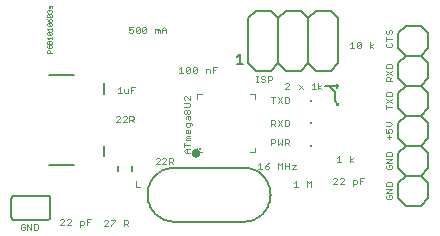
<source format=gto>
G75*
G70*
%OFA0B0*%
%FSLAX24Y24*%
%IPPOS*%
%LPD*%
%AMOC8*
5,1,8,0,0,1.08239X$1,22.5*
%
%ADD10C,0.0120*%
%ADD11C,0.0040*%
%ADD12C,0.0060*%
%ADD13C,0.0080*%
%ADD14R,0.0079X0.0079*%
%ADD15C,0.0020*%
%ADD16C,0.0118*%
D10*
X007344Y002913D02*
X007346Y002929D01*
X007352Y002945D01*
X007361Y002959D01*
X007373Y002970D01*
X007387Y002978D01*
X007403Y002983D01*
X007419Y002984D01*
X007435Y002981D01*
X007450Y002974D01*
X007464Y002965D01*
X007474Y002952D01*
X007482Y002937D01*
X007486Y002921D01*
X007486Y002905D01*
X007482Y002889D01*
X007474Y002874D01*
X007464Y002861D01*
X007451Y002852D01*
X007435Y002845D01*
X007419Y002842D01*
X007403Y002843D01*
X007387Y002848D01*
X007373Y002856D01*
X007361Y002867D01*
X007352Y002881D01*
X007346Y002897D01*
X007344Y002913D01*
D11*
X001606Y000368D02*
X001572Y000402D01*
X001572Y000535D01*
X001606Y000568D01*
X001672Y000568D01*
X001706Y000535D01*
X001706Y000468D02*
X001639Y000468D01*
X001706Y000468D02*
X001706Y000402D01*
X001672Y000368D01*
X001606Y000368D01*
X001793Y000368D02*
X001793Y000568D01*
X001927Y000368D01*
X001927Y000568D01*
X002014Y000568D02*
X002114Y000568D01*
X002148Y000535D01*
X002148Y000402D01*
X002114Y000368D01*
X002014Y000368D01*
X002014Y000568D01*
X002892Y000535D02*
X003025Y000669D01*
X003025Y000702D01*
X002992Y000735D01*
X002925Y000735D01*
X002892Y000702D01*
X002892Y000535D02*
X003025Y000535D01*
X003113Y000535D02*
X003246Y000669D01*
X003246Y000702D01*
X003213Y000735D01*
X003146Y000735D01*
X003113Y000702D01*
X003113Y000535D02*
X003246Y000535D01*
X003554Y000535D02*
X003655Y000535D01*
X003688Y000569D01*
X003688Y000635D01*
X003655Y000669D01*
X003554Y000669D01*
X003554Y000469D01*
X003775Y000535D02*
X003775Y000735D01*
X003909Y000735D01*
X003842Y000635D02*
X003775Y000635D01*
X004364Y000672D02*
X004397Y000706D01*
X004464Y000706D01*
X004497Y000672D01*
X004497Y000639D01*
X004364Y000506D01*
X004497Y000506D01*
X004585Y000506D02*
X004585Y000539D01*
X004718Y000672D01*
X004718Y000706D01*
X004585Y000706D01*
X005027Y000706D02*
X005127Y000706D01*
X005160Y000672D01*
X005160Y000606D01*
X005127Y000572D01*
X005027Y000572D01*
X005027Y000506D02*
X005027Y000706D01*
X005093Y000572D02*
X005160Y000506D01*
X005427Y001806D02*
X005560Y001806D01*
X005427Y001806D02*
X005427Y002006D01*
X006073Y002558D02*
X006206Y002692D01*
X006206Y002725D01*
X006173Y002758D01*
X006106Y002758D01*
X006073Y002725D01*
X006073Y002558D02*
X006206Y002558D01*
X006294Y002558D02*
X006427Y002692D01*
X006427Y002725D01*
X006394Y002758D01*
X006327Y002758D01*
X006294Y002725D01*
X006294Y002558D02*
X006427Y002558D01*
X006515Y002558D02*
X006515Y002758D01*
X006615Y002758D01*
X006648Y002725D01*
X006648Y002658D01*
X006615Y002625D01*
X006515Y002625D01*
X006581Y002625D02*
X006648Y002558D01*
X007035Y002981D02*
X007102Y002914D01*
X007235Y002914D01*
X007135Y002914D02*
X007135Y003047D01*
X007102Y003047D02*
X007235Y003047D01*
X007102Y003047D02*
X007035Y002981D01*
X007035Y003135D02*
X007035Y003268D01*
X007035Y003201D02*
X007235Y003201D01*
X007451Y003106D02*
X007451Y002949D01*
X007608Y002949D01*
X007235Y003356D02*
X007102Y003356D01*
X007102Y003389D01*
X007135Y003422D01*
X007102Y003456D01*
X007135Y003489D01*
X007235Y003489D01*
X007235Y003422D02*
X007135Y003422D01*
X007135Y003577D02*
X007102Y003610D01*
X007102Y003677D01*
X007135Y003710D01*
X007168Y003710D01*
X007168Y003577D01*
X007135Y003577D02*
X007202Y003577D01*
X007235Y003610D01*
X007235Y003677D01*
X007202Y003798D02*
X007135Y003798D01*
X007102Y003831D01*
X007102Y003931D01*
X007268Y003931D01*
X007302Y003898D01*
X007302Y003864D01*
X007235Y003831D02*
X007235Y003931D01*
X007202Y004019D02*
X007168Y004052D01*
X007168Y004152D01*
X007135Y004152D02*
X007235Y004152D01*
X007235Y004052D01*
X007202Y004019D01*
X007102Y004052D02*
X007102Y004119D01*
X007135Y004152D01*
X007102Y004240D02*
X007068Y004240D01*
X007035Y004273D01*
X007035Y004340D01*
X007068Y004373D01*
X007102Y004373D01*
X007135Y004340D01*
X007135Y004273D01*
X007102Y004240D01*
X007135Y004273D02*
X007168Y004240D01*
X007202Y004240D01*
X007235Y004273D01*
X007235Y004340D01*
X007202Y004373D01*
X007168Y004373D01*
X007135Y004340D01*
X007202Y004461D02*
X007035Y004461D01*
X007035Y004594D02*
X007202Y004594D01*
X007235Y004561D01*
X007235Y004494D01*
X007202Y004461D01*
X007235Y004682D02*
X007102Y004815D01*
X007068Y004815D01*
X007035Y004782D01*
X007035Y004715D01*
X007068Y004682D01*
X007235Y004682D02*
X007235Y004815D01*
X007451Y004878D02*
X007608Y004878D01*
X007451Y004878D02*
X007451Y004720D01*
X009222Y004878D02*
X009380Y004878D01*
X009380Y004720D01*
X009935Y004783D02*
X010069Y004783D01*
X010002Y004783D02*
X010002Y004583D01*
X010156Y004583D02*
X010290Y004783D01*
X010377Y004783D02*
X010477Y004783D01*
X010511Y004750D01*
X010511Y004617D01*
X010477Y004583D01*
X010377Y004583D01*
X010377Y004783D01*
X010290Y004583D02*
X010156Y004783D01*
X010396Y005068D02*
X010530Y005202D01*
X010530Y005235D01*
X010496Y005268D01*
X010429Y005268D01*
X010396Y005235D01*
X010838Y005202D02*
X010971Y005068D01*
X010838Y005068D02*
X010971Y005202D01*
X011280Y005202D02*
X011347Y005268D01*
X011347Y005068D01*
X011413Y005068D02*
X011280Y005068D01*
X011501Y005068D02*
X011501Y005268D01*
X011601Y005202D02*
X011501Y005135D01*
X011601Y005068D01*
X010530Y005068D02*
X010396Y005068D01*
X009804Y005308D02*
X009804Y005508D01*
X009904Y005508D01*
X009937Y005475D01*
X009937Y005408D01*
X009904Y005375D01*
X009804Y005375D01*
X009716Y005375D02*
X009716Y005342D01*
X009683Y005308D01*
X009616Y005308D01*
X009583Y005342D01*
X009616Y005408D02*
X009583Y005442D01*
X009583Y005475D01*
X009616Y005508D01*
X009683Y005508D01*
X009716Y005475D01*
X009683Y005408D02*
X009716Y005375D01*
X009683Y005408D02*
X009616Y005408D01*
X009502Y005308D02*
X009435Y005308D01*
X009469Y005308D02*
X009469Y005508D01*
X009502Y005508D02*
X009435Y005508D01*
X008105Y005785D02*
X007971Y005785D01*
X007971Y005585D01*
X007884Y005585D02*
X007884Y005685D01*
X007851Y005719D01*
X007750Y005719D01*
X007750Y005585D01*
X007971Y005685D02*
X008038Y005685D01*
X007442Y005619D02*
X007409Y005585D01*
X007342Y005585D01*
X007308Y005619D01*
X007442Y005752D01*
X007442Y005619D01*
X007442Y005752D02*
X007409Y005785D01*
X007342Y005785D01*
X007308Y005752D01*
X007308Y005619D01*
X007221Y005619D02*
X007188Y005585D01*
X007121Y005585D01*
X007087Y005619D01*
X007221Y005752D01*
X007221Y005619D01*
X007221Y005752D02*
X007188Y005785D01*
X007121Y005785D01*
X007087Y005752D01*
X007087Y005619D01*
X007000Y005585D02*
X006866Y005585D01*
X006933Y005585D02*
X006933Y005785D01*
X006866Y005719D01*
X005379Y005135D02*
X005246Y005135D01*
X005246Y004935D01*
X005158Y004935D02*
X005158Y005069D01*
X005246Y005035D02*
X005313Y005035D01*
X005158Y004935D02*
X005058Y004935D01*
X005025Y004969D01*
X005025Y005069D01*
X004937Y004935D02*
X004804Y004935D01*
X004871Y004935D02*
X004871Y005135D01*
X004804Y005069D01*
X004794Y004158D02*
X004760Y004125D01*
X004794Y004158D02*
X004860Y004158D01*
X004894Y004125D01*
X004894Y004092D01*
X004760Y003958D01*
X004894Y003958D01*
X004981Y003958D02*
X005115Y004092D01*
X005115Y004125D01*
X005081Y004158D01*
X005015Y004158D01*
X004981Y004125D01*
X004981Y003958D02*
X005115Y003958D01*
X005202Y003958D02*
X005202Y004158D01*
X005302Y004158D01*
X005336Y004125D01*
X005336Y004058D01*
X005302Y004025D01*
X005202Y004025D01*
X005269Y004025D02*
X005336Y003958D01*
X007202Y003798D02*
X007235Y003831D01*
X009380Y003106D02*
X009380Y002949D01*
X009222Y002949D01*
X009935Y003183D02*
X009935Y003383D01*
X010035Y003383D01*
X010069Y003350D01*
X010069Y003283D01*
X010035Y003250D01*
X009935Y003250D01*
X010156Y003183D02*
X010223Y003250D01*
X010290Y003183D01*
X010290Y003383D01*
X010377Y003383D02*
X010477Y003383D01*
X010511Y003350D01*
X010511Y003283D01*
X010477Y003250D01*
X010377Y003250D01*
X010377Y003183D02*
X010377Y003383D01*
X010444Y003250D02*
X010511Y003183D01*
X010156Y003183D02*
X010156Y003383D01*
X010156Y003833D02*
X010290Y004033D01*
X010377Y004033D02*
X010477Y004033D01*
X010511Y004000D01*
X010511Y003867D01*
X010477Y003833D01*
X010377Y003833D01*
X010377Y004033D01*
X010290Y003833D02*
X010156Y004033D01*
X010069Y004000D02*
X010035Y004033D01*
X009935Y004033D01*
X009935Y003833D01*
X009935Y003900D02*
X010035Y003900D01*
X010069Y003933D01*
X010069Y004000D01*
X010002Y003900D02*
X010069Y003833D01*
X012123Y002754D02*
X012189Y002821D01*
X012189Y002621D01*
X012123Y002621D02*
X012256Y002621D01*
X012565Y002621D02*
X012565Y002821D01*
X012665Y002754D02*
X012565Y002687D01*
X012665Y002621D01*
X013745Y002604D02*
X013945Y002738D01*
X013745Y002738D01*
X013745Y002825D02*
X013745Y002925D01*
X013778Y002959D01*
X013912Y002959D01*
X013945Y002925D01*
X013945Y002825D01*
X013745Y002825D01*
X013745Y002604D02*
X013945Y002604D01*
X013912Y002517D02*
X013845Y002517D01*
X013845Y002450D01*
X013778Y002517D02*
X013745Y002483D01*
X013745Y002417D01*
X013778Y002383D01*
X013912Y002383D01*
X013945Y002417D01*
X013945Y002483D01*
X013912Y002517D01*
X013016Y002079D02*
X012883Y002079D01*
X012883Y001879D01*
X012795Y001912D02*
X012762Y001879D01*
X012662Y001879D01*
X012662Y001812D02*
X012662Y002012D01*
X012762Y002012D01*
X012795Y001979D01*
X012795Y001912D01*
X012883Y001979D02*
X012950Y001979D01*
X012353Y002012D02*
X012220Y001879D01*
X012353Y001879D01*
X012353Y002012D02*
X012353Y002046D01*
X012320Y002079D01*
X012253Y002079D01*
X012220Y002046D01*
X012132Y002046D02*
X012099Y002079D01*
X012032Y002079D01*
X011999Y002046D01*
X012132Y002046D02*
X012132Y002012D01*
X011999Y001879D01*
X012132Y001879D01*
X011261Y001808D02*
X011261Y002008D01*
X011194Y001942D01*
X011127Y002008D01*
X011127Y001808D01*
X010819Y001808D02*
X010685Y001808D01*
X010752Y001808D02*
X010752Y002008D01*
X010685Y001942D01*
X010736Y002408D02*
X010603Y002408D01*
X010736Y002542D01*
X010603Y002542D01*
X010515Y002508D02*
X010382Y002508D01*
X010382Y002408D02*
X010382Y002608D01*
X010294Y002608D02*
X010294Y002408D01*
X010161Y002408D02*
X010161Y002608D01*
X010227Y002542D01*
X010294Y002608D01*
X010515Y002608D02*
X010515Y002408D01*
X009852Y002442D02*
X009852Y002475D01*
X009819Y002508D01*
X009719Y002508D01*
X009719Y002442D01*
X009752Y002408D01*
X009819Y002408D01*
X009852Y002442D01*
X009785Y002575D02*
X009719Y002508D01*
X009785Y002575D02*
X009852Y002608D01*
X009564Y002608D02*
X009564Y002408D01*
X009498Y002408D02*
X009631Y002408D01*
X009498Y002542D02*
X009564Y002608D01*
X013745Y001925D02*
X013745Y001825D01*
X013945Y001825D01*
X013945Y001925D01*
X013912Y001959D01*
X013778Y001959D01*
X013745Y001925D01*
X013745Y001738D02*
X013945Y001738D01*
X013745Y001604D01*
X013945Y001604D01*
X013912Y001517D02*
X013845Y001517D01*
X013845Y001450D01*
X013778Y001517D02*
X013745Y001483D01*
X013745Y001417D01*
X013778Y001383D01*
X013912Y001383D01*
X013945Y001417D01*
X013945Y001483D01*
X013912Y001517D01*
X013845Y003383D02*
X013845Y003517D01*
X013845Y003604D02*
X013812Y003671D01*
X013812Y003704D01*
X013845Y003738D01*
X013912Y003738D01*
X013945Y003704D01*
X013945Y003638D01*
X013912Y003604D01*
X013845Y003604D02*
X013745Y003604D01*
X013745Y003738D01*
X013745Y003825D02*
X013879Y003825D01*
X013945Y003892D01*
X013879Y003959D01*
X013745Y003959D01*
X013745Y004383D02*
X013745Y004517D01*
X013745Y004450D02*
X013945Y004450D01*
X013945Y004604D02*
X013745Y004738D01*
X013745Y004825D02*
X013745Y004925D01*
X013778Y004959D01*
X013912Y004959D01*
X013945Y004925D01*
X013945Y004825D01*
X013745Y004825D01*
X013945Y004738D02*
X013745Y004604D01*
X013745Y005321D02*
X013745Y005421D01*
X013778Y005454D01*
X013845Y005454D01*
X013879Y005421D01*
X013879Y005321D01*
X013945Y005321D02*
X013745Y005321D01*
X013879Y005387D02*
X013945Y005454D01*
X013945Y005542D02*
X013745Y005675D01*
X013745Y005763D02*
X013745Y005863D01*
X013778Y005896D01*
X013912Y005896D01*
X013945Y005863D01*
X013945Y005763D01*
X013745Y005763D01*
X013945Y005675D02*
X013745Y005542D01*
X013778Y006446D02*
X013912Y006446D01*
X013945Y006479D01*
X013945Y006546D01*
X013912Y006579D01*
X013778Y006579D02*
X013745Y006546D01*
X013745Y006479D01*
X013778Y006446D01*
X013745Y006667D02*
X013745Y006800D01*
X013745Y006733D02*
X013945Y006733D01*
X013912Y006888D02*
X013945Y006921D01*
X013945Y006988D01*
X013912Y007021D01*
X013879Y007021D01*
X013845Y006988D01*
X013845Y006921D01*
X013812Y006888D01*
X013778Y006888D01*
X013745Y006921D01*
X013745Y006988D01*
X013778Y007021D01*
X013323Y006567D02*
X013223Y006500D01*
X013323Y006433D01*
X013223Y006433D02*
X013223Y006633D01*
X012915Y006600D02*
X012915Y006467D01*
X012881Y006433D01*
X012815Y006433D01*
X012781Y006467D01*
X012915Y006600D01*
X012881Y006633D01*
X012815Y006633D01*
X012781Y006600D01*
X012781Y006467D01*
X012694Y006433D02*
X012560Y006433D01*
X012627Y006433D02*
X012627Y006633D01*
X012560Y006567D01*
X006424Y006933D02*
X006424Y007067D01*
X006357Y007133D01*
X006290Y007067D01*
X006290Y006933D01*
X006203Y006933D02*
X006203Y007033D01*
X006169Y007067D01*
X006136Y007033D01*
X006136Y006933D01*
X006069Y006933D02*
X006069Y007067D01*
X006102Y007067D01*
X006136Y007033D01*
X006290Y007033D02*
X006424Y007033D01*
X005761Y006967D02*
X005727Y006933D01*
X005661Y006933D01*
X005627Y006967D01*
X005761Y007100D01*
X005761Y006967D01*
X005761Y007100D02*
X005727Y007133D01*
X005661Y007133D01*
X005627Y007100D01*
X005627Y006967D01*
X005540Y006967D02*
X005506Y006933D01*
X005440Y006933D01*
X005406Y006967D01*
X005540Y007100D01*
X005540Y006967D01*
X005540Y007100D02*
X005506Y007133D01*
X005440Y007133D01*
X005406Y007100D01*
X005406Y006967D01*
X005319Y006967D02*
X005285Y006933D01*
X005219Y006933D01*
X005185Y006967D01*
X005185Y007033D02*
X005252Y007067D01*
X005285Y007067D01*
X005319Y007033D01*
X005319Y006967D01*
X005185Y007033D02*
X005185Y007133D01*
X005319Y007133D01*
X013778Y003450D02*
X013912Y003450D01*
D12*
X014165Y003413D02*
X014165Y003913D01*
X014415Y004163D01*
X014165Y004413D01*
X014165Y004913D01*
X014415Y005163D01*
X014165Y005413D01*
X014165Y005913D01*
X014415Y006163D01*
X014165Y006413D01*
X014165Y006913D01*
X014415Y007163D01*
X014915Y007163D01*
X015165Y006913D01*
X015165Y006413D01*
X014915Y006163D01*
X015165Y005913D01*
X015165Y005413D01*
X014915Y005163D01*
X015165Y004913D01*
X015165Y004413D01*
X014915Y004163D01*
X015165Y003913D01*
X015165Y003413D01*
X014915Y003163D01*
X015165Y002913D01*
X015165Y002413D01*
X014915Y002163D01*
X015165Y001913D01*
X015165Y001413D01*
X014915Y001163D01*
X014415Y001163D01*
X014165Y001413D01*
X014165Y001913D01*
X014415Y002163D01*
X014165Y002413D01*
X014165Y002913D01*
X014415Y003163D01*
X014915Y003163D01*
X014415Y003163D02*
X014165Y003413D01*
X014415Y004163D02*
X014915Y004163D01*
X014915Y005163D02*
X014415Y005163D01*
X014415Y006163D02*
X014915Y006163D01*
X008997Y005893D02*
X008770Y005893D01*
X008884Y005893D02*
X008884Y006234D01*
X008770Y006120D01*
X009003Y002438D02*
X006703Y002438D01*
X005276Y002493D02*
X005276Y002333D01*
X004804Y002333D02*
X004804Y002493D01*
X006703Y002438D02*
X006644Y002436D01*
X006586Y002430D01*
X006527Y002421D01*
X006470Y002407D01*
X006414Y002390D01*
X006359Y002369D01*
X006305Y002345D01*
X006253Y002317D01*
X006203Y002286D01*
X006155Y002252D01*
X006110Y002215D01*
X006067Y002174D01*
X006026Y002131D01*
X005989Y002086D01*
X005955Y002038D01*
X005924Y001988D01*
X005896Y001936D01*
X005872Y001882D01*
X005851Y001827D01*
X005834Y001771D01*
X005820Y001714D01*
X005811Y001655D01*
X005805Y001597D01*
X005803Y001538D01*
X005805Y001479D01*
X005811Y001421D01*
X005820Y001362D01*
X005834Y001305D01*
X005851Y001249D01*
X005872Y001194D01*
X005896Y001140D01*
X005924Y001088D01*
X005955Y001038D01*
X005989Y000990D01*
X006026Y000945D01*
X006067Y000902D01*
X006110Y000861D01*
X006155Y000824D01*
X006203Y000790D01*
X006253Y000759D01*
X006305Y000731D01*
X006359Y000707D01*
X006414Y000686D01*
X006470Y000669D01*
X006527Y000655D01*
X006586Y000646D01*
X006644Y000640D01*
X006703Y000638D01*
X009003Y000638D01*
X009062Y000640D01*
X009120Y000646D01*
X009179Y000655D01*
X009236Y000669D01*
X009292Y000686D01*
X009347Y000707D01*
X009401Y000731D01*
X009453Y000759D01*
X009503Y000790D01*
X009551Y000824D01*
X009596Y000861D01*
X009639Y000902D01*
X009680Y000945D01*
X009717Y000990D01*
X009751Y001038D01*
X009782Y001088D01*
X009810Y001140D01*
X009834Y001194D01*
X009855Y001249D01*
X009872Y001305D01*
X009886Y001362D01*
X009895Y001421D01*
X009901Y001479D01*
X009903Y001538D01*
X009901Y001597D01*
X009895Y001655D01*
X009886Y001714D01*
X009872Y001771D01*
X009855Y001827D01*
X009834Y001882D01*
X009810Y001936D01*
X009782Y001988D01*
X009751Y002038D01*
X009717Y002086D01*
X009680Y002131D01*
X009639Y002174D01*
X009596Y002215D01*
X009551Y002252D01*
X009503Y002286D01*
X009453Y002317D01*
X009401Y002345D01*
X009347Y002369D01*
X009292Y002390D01*
X009236Y002407D01*
X009179Y002421D01*
X009120Y002430D01*
X009062Y002436D01*
X009003Y002438D01*
X014415Y002163D02*
X014915Y002163D01*
X002565Y001401D02*
X002565Y000801D01*
X002563Y000784D01*
X002559Y000767D01*
X002552Y000751D01*
X002542Y000737D01*
X002529Y000724D01*
X002515Y000714D01*
X002499Y000707D01*
X002482Y000703D01*
X002465Y000701D01*
X001365Y000701D01*
X001348Y000703D01*
X001331Y000707D01*
X001315Y000714D01*
X001301Y000724D01*
X001288Y000737D01*
X001278Y000751D01*
X001271Y000767D01*
X001267Y000784D01*
X001265Y000801D01*
X001265Y001401D01*
X001267Y001418D01*
X001271Y001435D01*
X001278Y001451D01*
X001288Y001465D01*
X001301Y001478D01*
X001315Y001488D01*
X001331Y001495D01*
X001348Y001499D01*
X001365Y001501D01*
X002465Y001501D01*
X002482Y001499D01*
X002499Y001495D01*
X002515Y001488D01*
X002529Y001478D01*
X002542Y001465D01*
X002552Y001451D01*
X002559Y001435D01*
X002563Y001418D01*
X002565Y001401D01*
D13*
X002528Y002542D02*
X003355Y002542D01*
X004339Y002818D02*
X004339Y003172D01*
X004339Y004904D02*
X004339Y005259D01*
X003355Y005534D02*
X002528Y005534D01*
X009165Y005913D02*
X009165Y007413D01*
X009415Y007663D01*
X009915Y007663D01*
X010165Y007413D01*
X010165Y005913D01*
X010415Y005663D01*
X010915Y005663D01*
X011165Y005913D01*
X011165Y007413D01*
X011415Y007663D01*
X011915Y007663D01*
X012165Y007413D01*
X012165Y005913D01*
X011915Y005663D01*
X011415Y005663D01*
X011165Y005913D01*
X010165Y005913D02*
X009915Y005663D01*
X009415Y005663D01*
X009165Y005913D01*
X011728Y005163D02*
X011853Y005163D01*
X012040Y004976D01*
X012040Y004663D01*
X012165Y004538D01*
X012103Y004538D01*
X012165Y004538D02*
X012165Y004601D01*
X012103Y005101D02*
X012165Y005163D01*
X011853Y005163D01*
X012103Y005226D02*
X012165Y005163D01*
X012165Y005163D01*
X012103Y005226D01*
X012103Y005226D01*
X011165Y007413D02*
X010915Y007663D01*
X010415Y007663D01*
X010165Y007413D01*
D14*
X011251Y004663D03*
X011251Y003913D03*
X011251Y003163D03*
D15*
X002605Y006273D02*
X002465Y006273D01*
X002465Y006343D01*
X002488Y006367D01*
X002535Y006367D01*
X002559Y006343D01*
X002559Y006273D01*
X002582Y006421D02*
X002605Y006444D01*
X002605Y006491D01*
X002582Y006514D01*
X002535Y006514D01*
X002535Y006467D01*
X002488Y006421D02*
X002582Y006421D01*
X002488Y006421D02*
X002465Y006444D01*
X002465Y006491D01*
X002488Y006514D01*
X002465Y006568D02*
X002465Y006638D01*
X002488Y006661D01*
X002512Y006661D01*
X002535Y006638D01*
X002535Y006568D01*
X002535Y006638D02*
X002559Y006661D01*
X002582Y006661D01*
X002605Y006638D01*
X002605Y006568D01*
X002465Y006568D01*
X002512Y006715D02*
X002465Y006762D01*
X002605Y006762D01*
X002605Y006715D02*
X002605Y006809D01*
X002582Y006863D02*
X002488Y006956D01*
X002582Y006956D01*
X002605Y006933D01*
X002605Y006886D01*
X002582Y006863D01*
X002488Y006863D01*
X002465Y006886D01*
X002465Y006933D01*
X002488Y006956D01*
X002512Y007010D02*
X002465Y007057D01*
X002605Y007057D01*
X002605Y007103D02*
X002605Y007010D01*
X002582Y007157D02*
X002488Y007251D01*
X002582Y007251D01*
X002605Y007227D01*
X002605Y007181D01*
X002582Y007157D01*
X002488Y007157D01*
X002465Y007181D01*
X002465Y007227D01*
X002488Y007251D01*
X002535Y007304D02*
X002535Y007375D01*
X002559Y007398D01*
X002582Y007398D01*
X002605Y007375D01*
X002605Y007328D01*
X002582Y007304D01*
X002535Y007304D01*
X002488Y007351D01*
X002465Y007398D01*
X002488Y007452D02*
X002465Y007475D01*
X002465Y007522D01*
X002488Y007545D01*
X002582Y007452D01*
X002605Y007475D01*
X002605Y007522D01*
X002582Y007545D01*
X002488Y007545D01*
X002488Y007599D02*
X002465Y007622D01*
X002465Y007669D01*
X002488Y007693D01*
X002512Y007693D01*
X002535Y007669D01*
X002559Y007693D01*
X002582Y007693D01*
X002605Y007669D01*
X002605Y007622D01*
X002582Y007599D01*
X002535Y007646D02*
X002535Y007669D01*
X002535Y007746D02*
X002512Y007770D01*
X002512Y007840D01*
X002559Y007816D02*
X002559Y007770D01*
X002535Y007746D01*
X002605Y007746D02*
X002605Y007816D01*
X002582Y007840D01*
X002559Y007816D01*
X002582Y007452D02*
X002488Y007452D01*
D16*
X007559Y003057D03*
M02*

</source>
